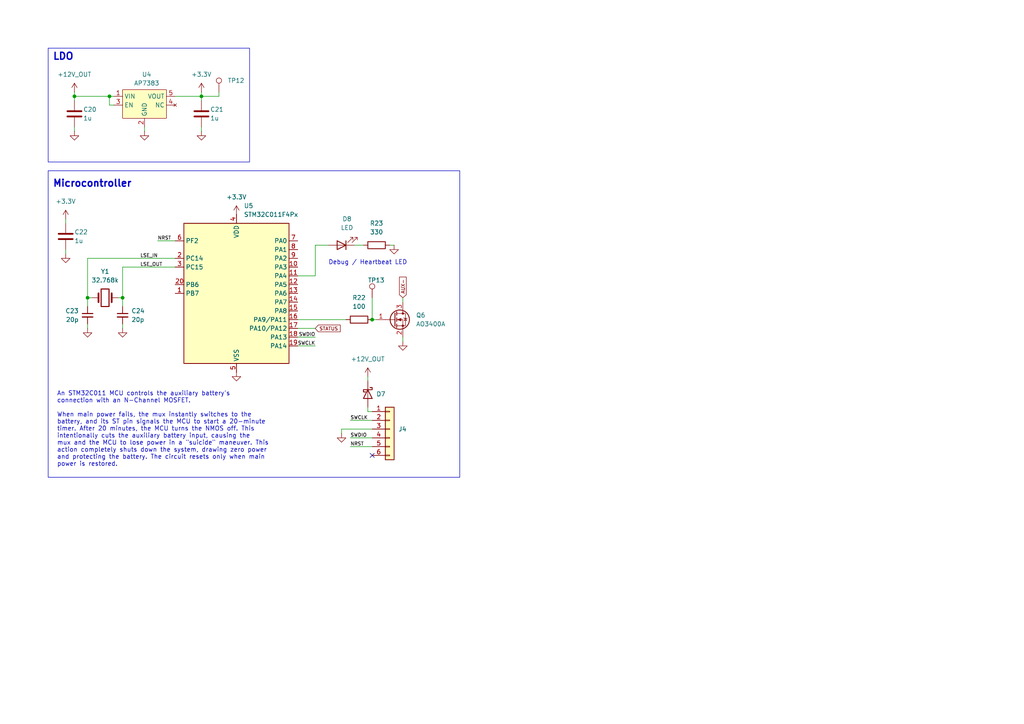
<source format=kicad_sch>
(kicad_sch (version 20250114) (generator "eeschema") (generator_version "9.0")
  (paper "A4")
  (title_block (title "TSAL UPS") (date "2025-11-01") (rev "A") (company "York Formula Student") (comment 1 "Logan Carey"))
  (lib_symbols
    (symbol "Connector:TestPoint" (pin_numbers (hide yes)) (pin_names (offset 0.762) (hide yes))
      (property "Reference" "TP" (at 0 6.858 0))
      (property "Value" "TestPoint" (at 0 5.08 0))
      (symbol "TestPoint_0_1"
        (circle (center 0 3.302) (radius 0.762))
      )
      (symbol "TestPoint_1_1"
        (pin passive line (at 0 0 90) (length 2.54) (name "1") (number "1"))
      )
    )
    (symbol "Connector_Generic:Conn_01x06" (pin_names (offset 1.016) (hide yes))
      (property "Reference" "J" (at 0 7.62 0))
      (property "Value" "Conn_01x06" (at 0 -10.16 0))
      (symbol "Conn_01x06_1_1"
        (rectangle (start -1.27 6.35) (end 1.27 -8.89) (stroke (width 0.254)) (fill (type background)))
        (rectangle (start -1.27 5.207) (end 0 4.953) (stroke (width 0.1524)))
        (rectangle (start -1.27 2.667) (end 0 2.413) (stroke (width 0.1524)))
        (rectangle (start -1.27 0.127) (end 0 -0.127) (stroke (width 0.1524)))
        (rectangle (start -1.27 -2.413) (end 0 -2.667) (stroke (width 0.1524)))
        (rectangle (start -1.27 -4.953) (end 0 -5.207) (stroke (width 0.1524)))
        (rectangle (start -1.27 -7.493) (end 0 -7.747) (stroke (width 0.1524)))
        (pin passive line (at -5.08 5.08 0) (length 3.81) (name "Pin_1") (number "1"))
        (pin passive line (at -5.08 2.54 0) (length 3.81) (name "Pin_2") (number "2"))
        (pin passive line (at -5.08 0 0) (length 3.81) (name "Pin_3") (number "3"))
        (pin passive line (at -5.08 -2.54 0) (length 3.81) (name "Pin_4") (number "4"))
        (pin passive line (at -5.08 -5.08 0) (length 3.81) (name "Pin_5") (number "5"))
        (pin passive line (at -5.08 -7.62 0) (length 3.81) (name "Pin_6") (number "6"))
      )
    )
    (symbol "Device:C" (pin_numbers (hide yes)) (pin_names (offset 0.254))
      (property "Reference" "C" (at 0.635 2.54 0))
      (property "Value" "C" (at 0.635 -2.54 0))
      (symbol "C_0_1"
        (polyline (pts (xy -2.032 0.762) (xy 2.032 0.762)) (stroke (width 0.508)))
        (polyline (pts (xy -2.032 -0.762) (xy 2.032 -0.762)) (stroke (width 0.508)))
      )
      (symbol "C_1_1"
        (pin passive line (at 0 3.81 270) (length 2.794) (name "~") (number "1"))
        (pin passive line (at 0 -3.81 90) (length 2.794) (name "~") (number "2"))
      )
    )
    (symbol "Device:C_Small" (pin_numbers (hide yes)) (pin_names (offset 0.254) (hide yes))
      (property "Reference" "C" (at 0.254 1.778 0))
      (property "Value" "C_Small" (at 0.254 -2.032 0))
      (symbol "C_Small_0_1"
        (polyline (pts (xy -1.524 0.508) (xy 1.524 0.508)) (stroke (width 0.3048)))
        (polyline (pts (xy -1.524 -0.508) (xy 1.524 -0.508)) (stroke (width 0.3302)))
      )
      (symbol "C_Small_1_1"
        (pin passive line (at 0 2.54 270) (length 2.032) (name "~") (number "1"))
        (pin passive line (at 0 -2.54 90) (length 2.032) (name "~") (number "2"))
      )
    )
    (symbol "Device:Crystal" (pin_numbers (hide yes)) (pin_names (offset 1.016) (hide yes))
      (property "Reference" "Y" (at 0 3.81 0))
      (property "Value" "Crystal" (at 0 -3.81 0))
      (symbol "Crystal_0_1"
        (polyline (pts (xy -2.54 0) (xy -1.905 0)))
        (polyline (pts (xy -1.905 -1.27) (xy -1.905 1.27)) (stroke (width 0.508)))
        (rectangle (start -1.143 2.54) (end 1.143 -2.54) (stroke (width 0.3048)))
        (polyline (pts (xy 1.905 -1.27) (xy 1.905 1.27)) (stroke (width 0.508)))
        (polyline (pts (xy 2.54 0) (xy 1.905 0)))
      )
      (symbol "Crystal_1_1"
        (pin passive line (at -3.81 0 0) (length 1.27) (name "1") (number "1"))
        (pin passive line (at 3.81 0 180) (length 1.27) (name "2") (number "2"))
      )
    )
    (symbol "Device:D_Schottky" (pin_numbers (hide yes)) (pin_names (offset 1.016) (hide yes))
      (property "Reference" "D" (at 0 2.54 0))
      (property "Value" "D_Schottky" (at 0 -2.54 0))
      (symbol "D_Schottky_0_1"
        (polyline (pts (xy -1.905 0.635) (xy -1.905 1.27) (xy -1.27 1.27) (xy -1.27 -1.27) (xy -0.635 -1.27) (xy -0.635 -0.635)) (stroke (width 0.254)))
        (polyline (pts (xy 1.27 1.27) (xy 1.27 -1.27) (xy -1.27 0) (xy 1.27 1.27)) (stroke (width 0.254)))
        (polyline (pts (xy 1.27 0) (xy -1.27 0)))
      )
      (symbol "D_Schottky_1_1"
        (pin passive line (at -3.81 0 0) (length 2.54) (name "K") (number "1"))
        (pin passive line (at 3.81 0 180) (length 2.54) (name "A") (number "2"))
      )
    )
    (symbol "Device:LED" (pin_numbers (hide yes)) (pin_names (offset 1.016) (hide yes))
      (property "Reference" "D" (at 0 2.54 0))
      (property "Value" "LED" (at 0 -2.54 0))
      (symbol "LED_0_1"
        (polyline (pts (xy -3.048 -0.762) (xy -4.572 -2.286) (xy -3.81 -2.286) (xy -4.572 -2.286) (xy -4.572 -1.524)))
        (polyline (pts (xy -1.778 -0.762) (xy -3.302 -2.286) (xy -2.54 -2.286) (xy -3.302 -2.286) (xy -3.302 -1.524)))
        (polyline (pts (xy -1.27 0) (xy 1.27 0)))
        (polyline (pts (xy -1.27 -1.27) (xy -1.27 1.27)) (stroke (width 0.254)))
        (polyline (pts (xy 1.27 -1.27) (xy 1.27 1.27) (xy -1.27 0) (xy 1.27 -1.27)) (stroke (width 0.254)))
      )
      (symbol "LED_1_1"
        (pin passive line (at -3.81 0 0) (length 2.54) (name "K") (number "1"))
        (pin passive line (at 3.81 0 180) (length 2.54) (name "A") (number "2"))
      )
    )
    (symbol "Device:R" (pin_numbers (hide yes)) (pin_names (offset 0))
      (property "Reference" "R" (at 2.032 0 90))
      (property "Value" "R" (at 0 0 90))
      (symbol "R_0_1"
        (rectangle (start -1.016 -2.54) (end 1.016 2.54) (stroke (width 0.254)))
      )
      (symbol "R_1_1"
        (pin passive line (at 0 3.81 270) (length 1.27) (name "~") (number "1"))
        (pin passive line (at 0 -3.81 90) (length 1.27) (name "~") (number "2"))
      )
    )
    (symbol "MCU_ST_STM32C0:STM32C011F4Px"
      (property "Reference" "U" (at -15.24 21.59 0))
      (property "Value" "STM32C011F4Px" (at 2.54 21.59 0))
      (symbol "STM32C011F4Px_0_1"
        (rectangle (start -15.24 -20.32) (end 15.24 20.32) (stroke (width 0.254)) (fill (type background)))
      )
      (symbol "STM32C011F4Px_1_1"
        (pin bidirectional line (at -17.78 15.24 0) (length 2.54) (name "PF2") (number "6"))
        (pin bidirectional line (at -17.78 10.16 0) (length 2.54) (name "PC14") (number "2"))
        (pin bidirectional line (at -17.78 7.62 0) (length 2.54) (name "PC15") (number "3"))
        (pin bidirectional line (at -17.78 2.54 0) (length 2.54) (name "PB6") (number "20"))
        (pin bidirectional line (at -17.78 0 0) (length 2.54) (name "PB7") (number "1"))
        (pin power_in line (at 0 22.86 270) (length 2.54) (name "VDD") (number "4"))
        (pin power_in line (at 0 -22.86 90) (length 2.54) (name "VSS") (number "5"))
        (pin bidirectional line (at 17.78 15.24 180) (length 2.54) (name "PA0") (number "7"))
        (pin bidirectional line (at 17.78 12.7 180) (length 2.54) (name "PA1") (number "8"))
        (pin bidirectional line (at 17.78 10.16 180) (length 2.54) (name "PA2") (number "9"))
        (pin bidirectional line (at 17.78 7.62 180) (length 2.54) (name "PA3") (number "10"))
        (pin bidirectional line (at 17.78 5.08 180) (length 2.54) (name "PA4") (number "11"))
        (pin bidirectional line (at 17.78 2.54 180) (length 2.54) (name "PA5") (number "12"))
        (pin bidirectional line (at 17.78 0 180) (length 2.54) (name "PA6") (number "13"))
        (pin bidirectional line (at 17.78 -2.54 180) (length 2.54) (name "PA7") (number "14"))
        (pin bidirectional line (at 17.78 -5.08 180) (length 2.54) (name "PA8") (number "15"))
        (pin bidirectional line (at 17.78 -7.62 180) (length 2.54) (name "PA9/PA11") (number "16"))
        (pin bidirectional line (at 17.78 -10.16 180) (length 2.54) (name "PA10/PA12") (number "17"))
        (pin bidirectional line (at 17.78 -12.7 180) (length 2.54) (name "PA13") (number "18"))
        (pin bidirectional line (at 17.78 -15.24 180) (length 2.54) (name "PA14") (number "19"))
      )
    )
    (symbol "Transistor_FET:AO3400A" (pin_names (hide yes))
      (property "Reference" "Q" (at 5.08 1.905 0))
      (property "Value" "AO3400A" (at 5.08 0 0))
      (symbol "AO3400A_0_1"
        (polyline (pts (xy 0.254 1.905) (xy 0.254 -1.905)) (stroke (width 0.254)))
        (polyline (pts (xy 0.254 0) (xy -2.54 0)))
        (polyline (pts (xy 0.762 2.286) (xy 0.762 1.27)) (stroke (width 0.254)))
        (polyline (pts (xy 0.762 0.508) (xy 0.762 -0.508)) (stroke (width 0.254)))
        (polyline (pts (xy 0.762 -1.27) (xy 0.762 -2.286)) (stroke (width 0.254)))
        (polyline (pts (xy 0.762 -1.778) (xy 3.302 -1.778) (xy 3.302 1.778) (xy 0.762 1.778)))
        (polyline (pts (xy 1.016 0) (xy 2.032 0.381) (xy 2.032 -0.381) (xy 1.016 0)) (fill (type outline)))
        (circle (center 1.651 0) (radius 2.794) (stroke (width 0.254)))
        (polyline (pts (xy 2.54 2.54) (xy 2.54 1.778)))
        (circle (center 2.54 1.778) (radius 0.254) (fill (type outline)))
        (circle (center 2.54 -1.778) (radius 0.254) (fill (type outline)))
        (polyline (pts (xy 2.54 -2.54) (xy 2.54 0) (xy 0.762 0)))
        (polyline (pts (xy 2.794 0.508) (xy 2.921 0.381) (xy 3.683 0.381) (xy 3.81 0.254)))
        (polyline (pts (xy 3.302 0.381) (xy 2.921 -0.254) (xy 3.683 -0.254) (xy 3.302 0.381)))
      )
      (symbol "AO3400A_1_1"
        (pin input line (at -5.08 0 0) (length 2.54) (name "G") (number "1"))
        (pin passive line (at 2.54 5.08 270) (length 2.54) (name "D") (number "3"))
        (pin passive line (at 2.54 -5.08 90) (length 2.54) (name "S") (number "2"))
      )
    )
    (symbol "power:+12V" (power) (pin_numbers (hide yes)) (pin_names (offset 0) (hide yes))
      (property "Value" "+12V" (at 0 3.556 0))
      (symbol "+12V_0_1"
        (polyline (pts (xy -0.762 1.27) (xy 0 2.54)))
        (polyline (pts (xy 0 2.54) (xy 0.762 1.27)))
        (polyline (pts (xy 0 0) (xy 0 2.54)))
      )
      (symbol "+12V_1_1"
        (pin power_in line (at 0 0 90) (length 0) (name "~") (number "1"))
      )
    )
    (symbol "power:GND" (power) (pin_numbers (hide yes)) (pin_names (offset 0) (hide yes))
      (property "Value" "GND" (at 0 -3.81 0))
      (symbol "GND_0_1"
        (polyline (pts (xy 0 0) (xy 0 -1.27) (xy 1.27 -1.27) (xy 0 -2.54) (xy -1.27 -1.27) (xy 0 -1.27)))
      )
      (symbol "GND_1_1"
        (pin power_in line (at 0 0 270) (length 0) (name "~") (number "1"))
      )
    )
    (symbol "yfs:AP7383"
      (property "Reference" "U" (at -3.048 7.62 0))
      (property "Value" "AP7383" (at -0.254 5.334 0))
      (symbol "AP7383_1_0"
        (pin no_connect line (at 8.89 -1.27 180) (length 2.54) (name "NC") (number "4"))
      )
      (symbol "AP7383_1_1"
        (rectangle (start -6.35 3.175) (end 6.35 -5.08) (fill (type background)))
        (pin power_in line (at -8.89 1.27 0) (length 2.54) (name "VIN") (number "1"))
        (pin input line (at -8.89 -1.27 0) (length 2.54) (name "EN") (number "3"))
        (pin power_in line (at 0 -7.62 90) (length 2.54) (name "GND") (number "2"))
        (pin power_out line (at 8.89 1.27 180) (length 2.54) (name "VOUT") (number "5"))
      )
    )
  )
  (rectangle (start 13.97 13.97) (end 72.39 46.99))
  (rectangle (start 13.97 49.53) (end 133.35 138.43))
  (text "Debug / Heartbeat LED" (at 106.68 76.2 0) (effects (font (size 1.27 1.27))))
  (text "LDO" (at 15.24 16.51 0) (effects (font (size 2 2) (thickness 0.4) (bold yes)) (justify left)))
  (text "An STM32C011 MCU controls the auxiliary battery's \nconnection with an N-Channel MOSFET.\n\nWhen main power fails, the mux instantly switches to the \nbattery, and its ST pin signals the MCU to start a 20-minute\ntimer. After 20 minutes, the MCU turns the NMOS off. This \nintentionally cuts the auxiliary battery input, causing the \nmux and the MCU to lose power in a \"suicide\" maneuver. This \naction completely shuts down the system, drawing zero power \nand protecting the battery. The circuit resets only when main \npower is restored." (at 16.51 124.46 0) (effects (font (size 1.27 1.27)) (justify left)))
  (text "Microcontroller" (at 15.24 53.34 0) (effects (font (size 2 2) (thickness 0.4) (bold yes)) (justify left)))
  (junction (at 58.42 27.94))
  (junction (at 31.75 27.94))
  (junction (at 35.56 86.36))
  (junction (at 25.4 86.36))
  (junction (at 21.59 27.94))
  (junction (at 107.95 92.71))
  (no_connect (at 107.95 132.08))
  (wire (pts (xy 102.87 71.12) (xy 105.41 71.12)))
  (wire (pts (xy 107.95 86.36) (xy 107.95 92.71)))
  (wire (pts (xy 106.68 109.22) (xy 106.68 110.49)))
  (wire (pts (xy 107.95 119.38) (xy 106.68 119.38)))
  (wire (pts (xy 25.4 74.93) (xy 25.4 86.36)))
  (wire (pts (xy 101.6 121.92) (xy 107.95 121.92)))
  (wire (pts (xy 25.4 93.98) (xy 25.4 95.25)))
  (wire (pts (xy 101.6 127) (xy 107.95 127)))
  (wire (pts (xy 41.91 36.83) (xy 41.91 38.1)))
  (wire (pts (xy 31.75 30.48) (xy 31.75 27.94)))
  (wire (pts (xy 25.4 86.36) (xy 26.67 86.36)))
  (wire (pts (xy 116.84 86.36) (xy 116.84 87.63)))
  (wire (pts (xy 91.44 71.12) (xy 91.44 80.01)))
  (wire (pts (xy 35.56 93.98) (xy 35.56 95.25)))
  (wire (pts (xy 113.03 71.12) (xy 114.3 71.12)))
  (wire (pts (xy 35.56 86.36) (xy 35.56 88.9)))
  (wire (pts (xy 21.59 36.83) (xy 21.59 38.1)))
  (wire (pts (xy 86.36 92.71) (xy 100.33 92.71)))
  (wire (pts (xy 58.42 26.67) (xy 58.42 27.94)))
  (wire (pts (xy 86.36 80.01) (xy 91.44 80.01)))
  (wire (pts (xy 58.42 36.83) (xy 58.42 38.1)))
  (wire (pts (xy 35.56 86.36) (xy 34.29 86.36)))
  (wire (pts (xy 33.02 30.48) (xy 31.75 30.48)))
  (wire (pts (xy 21.59 27.94) (xy 31.75 27.94)))
  (wire (pts (xy 107.95 92.71) (xy 109.22 92.71)))
  (wire (pts (xy 19.05 72.39) (xy 19.05 73.66)))
  (wire (pts (xy 106.68 118.11) (xy 106.68 119.38)))
  (wire (pts (xy 35.56 77.47) (xy 35.56 86.36)))
  (wire (pts (xy 19.05 63.5) (xy 19.05 64.77)))
  (wire (pts (xy 101.6 129.54) (xy 107.95 129.54)))
  (wire (pts (xy 45.72 69.85) (xy 50.8 69.85)))
  (wire (pts (xy 50.8 77.47) (xy 35.56 77.47)))
  (wire (pts (xy 91.44 71.12) (xy 95.25 71.12)))
  (wire (pts (xy 58.42 29.21) (xy 58.42 27.94)))
  (wire (pts (xy 91.44 100.33) (xy 86.36 100.33)))
  (wire (pts (xy 21.59 29.21) (xy 21.59 27.94)))
  (wire (pts (xy 21.59 26.67) (xy 21.59 27.94)))
  (wire (pts (xy 116.84 97.79) (xy 116.84 99.06)))
  (wire (pts (xy 63.5 26.67) (xy 63.5 27.94)))
  (wire (pts (xy 91.44 95.25) (xy 86.36 95.25)))
  (wire (pts (xy 63.5 27.94) (xy 58.42 27.94)))
  (wire (pts (xy 91.44 97.79) (xy 86.36 97.79)))
  (wire (pts (xy 58.42 27.94) (xy 50.8 27.94)))
  (wire (pts (xy 99.06 125.73) (xy 99.06 124.46)))
  (wire (pts (xy 99.06 124.46) (xy 107.95 124.46)))
  (wire (pts (xy 31.75 27.94) (xy 33.02 27.94)))
  (wire (pts (xy 50.8 74.93) (xy 25.4 74.93)))
  (wire (pts (xy 25.4 86.36) (xy 25.4 88.9)))
  (label "NRST" (at 45.72 69.85 0) (effects (font (size 1 1))))
  (label "SWDIO" (at 91.44 97.79 180) (effects (font (size 1 1))))
  (label "SWCLK" (at 91.44 100.33 180) (effects (font (size 1 1))))
  (label "SWCLK" (at 101.6 121.92 0) (effects (font (size 1 1))))
  (label "LSE_OUT" (at 40.64 77.47 0) (effects (font (size 1 1))))
  (label "NRST" (at 101.6 129.54 0) (effects (font (size 1 1))))
  (label "LSE_IN" (at 40.64 74.93 0) (effects (font (size 1 1))))
  (label "SWDIO" (at 101.6 127 0) (effects (font (size 1 1))))
  (global_label "STATUS" (shape input) (at 91.44 95.25 0) (effects (font (size 1 1))) (property "Intersheetrefs" "${INTERSHEET_REFS}" (effects (hide yes))))
  (global_label "AUX-" (shape input) (at 116.84 86.36 90) (effects (font (size 1 1))) (property "Intersheetrefs" "${INTERSHEET_REFS}" (effects (hide yes))))
  (symbol (lib_id "Connector:TestPoint") (at 107.95 86.36 0) (unit 1)
    (property "Reference" "TP13" (at 106.68 81.28 0) (effects (justify left)))
    (property "Value" "TestPoint" (effects (hide yes)))
    (property "Footprint" "TestPoint:TestPoint_Pad_D1.5mm" (effects (hide yes)))
    (property "Description" "test point" (effects (hide yes)))
  )
  (symbol (lib_id "power:+12V") (at 58.42 26.67 0) (unit 1)
    (property "Reference" "#PWR046" (effects (hide yes)))
    (property "Value" "+3.3V" (at 58.42 21.59 0))
    (property "Description" "Power symbol creates a global label with name \"+12V\"" (effects (hide yes)))
  )
  (symbol (lib_id "power:GND") (at 35.56 95.25 0) (unit 1)
    (property "Reference" "#PWR057" (effects (hide yes)))
    (property "Value" "GND" (effects (hide yes)))
    (property "Description" "Power symbol creates a global label with name \"GND\" , ground" (effects (hide yes)))
  )
  (symbol (lib_id "Device:Crystal") (at 30.48 86.36 0) (unit 1)
    (property "Reference" "Y1" (at 30.48 78.74 0))
    (property "Value" "32.768k" (at 30.48 81.28 0))
    (property "Footprint" "Crystal:Crystal_SMD_G8-2Pin_3.2x1.5mm" (effects (hide yes)))
    (property "Datasheet" "https://www.lcsc.com/datasheet/lcsc_datasheet_2404180925_Seiko-Epson-Q13FC13500004_C32346.pdf" (effects (hide yes)))
    (property "Description" "Two pin crystal" (effects (hide yes)))
  )
  (symbol (lib_id "Connector_Generic:Conn_01x06") (at 113.03 124.46 0) (unit 1)
    (property "Reference" "J4" (at 115.57 124.4599 0) (effects (justify left)))
    (property "Value" "Conn_01x06" (effects (hide yes)))
    (property "Footprint" "yfs:IDC-Connector-2x3" (effects (hide yes)))
    (property "Description" "Generic connector, single row, 01x06, script generated (kicad-library-utils/schlib/autogen/connector/)" (effects (hide yes)))
  )
  (symbol (lib_id "Transistor_FET:AO3400A") (at 114.3 92.71 0) (unit 1)
    (property "Reference" "Q6" (at 120.65 91.4399 0) (effects (justify left)))
    (property "Value" "AO3400A" (at 120.65 93.9799 0) (effects (justify left)))
    (property "Footprint" "Package_TO_SOT_SMD:SOT-23" (effects (hide yes)))
    (property "Datasheet" "http://www.aosmd.com/pdfs/datasheet/AO3400A.pdf" (effects (hide yes)))
    (property "Description" "30V Vds, 5.7A Id, N-Channel MOSFET, SOT-23" (effects (hide yes)))
  )
  (symbol (lib_id "power:GND") (at 41.91 38.1 0) (unit 1)
    (property "Reference" "#PWR048" (effects (hide yes)))
    (property "Value" "GND" (effects (hide yes)))
    (property "Description" "Power symbol creates a global label with name \"GND\" , ground" (effects (hide yes)))
  )
  (symbol (lib_id "Device:R") (at 109.22 71.12 270) (unit 1)
    (property "Reference" "R23" (at 109.22 64.77 90))
    (property "Value" "330" (at 109.22 67.31 90))
    (property "Footprint" "Resistor_SMD:R_0603_1608Metric" (effects (hide yes)))
    (property "Description" "Resistor" (effects (hide yes)))
  )
  (symbol (lib_id "power:GND") (at 68.58 107.95 0) (unit 1)
    (property "Reference" "#PWR059" (effects (hide yes)))
    (property "Value" "GND" (effects (hide yes)))
    (property "Description" "Power symbol creates a global label with name \"GND\" , ground" (effects (hide yes)))
  )
  (symbol (lib_id "power:GND") (at 58.42 38.1 0) (unit 1)
    (property "Reference" "#PWR049" (effects (hide yes)))
    (property "Value" "GND" (effects (hide yes)))
    (property "Description" "Power symbol creates a global label with name \"GND\" , ground" (effects (hide yes)))
  )
  (symbol (lib_id "MCU_ST_STM32C0:STM32C011F4Px") (at 68.58 85.09 0) (unit 1)
    (property "Reference" "U5" (at 70.7233 59.69 0) (effects (justify left)))
    (property "Value" "STM32C011F4Px" (at 70.7233 62.23 0) (effects (justify left)))
    (property "Footprint" "Package_SO:TSSOP-20_4.4x6.5mm_P0.65mm" (effects (hide yes)))
    (property "Datasheet" "https://www.st.com/resource/en/datasheet/stm32c011f4.pdf" (effects (hide yes)))
    (property "Description" "STMicroelectronics Arm Cortex-M0+ MCU, 16KB flash, 6KB RAM, 48 MHz, 2.0-3.6V, 18 GPIO, TSSOP20" (effects (hide yes)))
  )
  (symbol (lib_id "Device:C") (at 21.59 33.02 180) (unit 1)
    (property "Reference" "C20" (at 24.13 31.75 0) (effects (justify right)))
    (property "Value" "1u" (at 24.13 34.29 0) (effects (justify right)))
    (property "Footprint" "Capacitor_SMD:C_0603_1608Metric" (effects (hide yes)))
    (property "Description" "Unpolarized capacitor" (effects (hide yes)))
  )
  (symbol (lib_id "Device:LED") (at 99.06 71.12 180) (unit 1)
    (property "Reference" "D8" (at 100.6475 63.5 0))
    (property "Value" "LED" (at 100.6475 66.04 0))
    (property "Footprint" "LED_SMD:LED_0603_1608Metric" (effects (hide yes)))
    (property "Description" "Light emitting diode" (effects (hide yes)))
  )
  (symbol (lib_id "power:GND") (at 114.3 71.12 0) (unit 1)
    (property "Reference" "#PWR060" (effects (hide yes)))
    (property "Value" "GND" (effects (hide yes)))
    (property "Description" "Power symbol creates a global label with name \"GND\" , ground" (effects (hide yes)))
  )
  (symbol (lib_id "power:+12V") (at 19.05 63.5 0) (unit 1)
    (property "Reference" "#PWR052" (effects (hide yes)))
    (property "Value" "+3.3V" (at 19.05 58.42 0))
    (property "Description" "Power symbol creates a global label with name \"+12V\"" (effects (hide yes)))
  )
  (symbol (lib_id "power:GND") (at 19.05 73.66 0) (unit 1)
    (property "Reference" "#PWR051" (effects (hide yes)))
    (property "Value" "GND" (effects (hide yes)))
    (property "Description" "Power symbol creates a global label with name \"GND\" , ground" (effects (hide yes)))
  )
  (symbol (lib_id "Device:D_Schottky") (at 106.68 114.3 270) (unit 1)
    (property "Reference" "D7" (at 110.49 114.3 90))
    (property "Value" "D_Schottky" (effects (hide yes)))
    (property "Footprint" "Diode_SMD:D_SOD-323" (effects (hide yes)))
    (property "Description" "Schottky diode" (effects (hide yes)))
    (property "Dist" "LCSC" (effects (hide yes)))
    (property "Dist #" "C556393" (effects (hide yes)))
    (property "Mfr" "onsemi" (effects (hide yes)))
    (property "Mfr #" "NSR0530H" (effects (hide yes)))
  )
  (symbol (lib_id "Connector:TestPoint") (at 63.5 26.67 0) (unit 1)
    (property "Reference" "TP12" (at 66.04 23.3679 0) (effects (justify left)))
    (property "Value" "TestPoint" (effects (hide yes)))
    (property "Footprint" "TestPoint:TestPoint_Pad_D1.5mm" (effects (hide yes)))
    (property "Description" "test point" (effects (hide yes)))
  )
  (symbol (lib_id "power:+12V") (at 106.68 109.22 0) (unit 1)
    (property "Reference" "#PWR054" (effects (hide yes)))
    (property "Value" "+12V_OUT" (at 106.68 104.14 0))
    (property "Description" "Power symbol creates a global label with name \"+12V\"" (effects (hide yes)))
  )
  (symbol (lib_id "power:GND") (at 21.59 38.1 0) (unit 1)
    (property "Reference" "#PWR047" (effects (hide yes)))
    (property "Value" "GND" (effects (hide yes)))
    (property "Description" "Power symbol creates a global label with name \"GND\" , ground" (effects (hide yes)))
  )
  (symbol (lib_id "power:GND") (at 25.4 95.25 0) (unit 1)
    (property "Reference" "#PWR026" (effects (hide yes)))
    (property "Value" "GND" (effects (hide yes)))
    (property "Description" "Power symbol creates a global label with name \"GND\" , ground" (effects (hide yes)))
  )
  (symbol (lib_id "power:+12V") (at 21.59 26.67 0) (unit 1)
    (property "Reference" "#PWR045" (effects (hide yes)))
    (property "Value" "+12V_OUT" (at 21.59 21.59 0))
    (property "Description" "Power symbol creates a global label with name \"+12V\"" (effects (hide yes)))
  )
  (symbol (lib_id "Device:C_Small") (at 25.4 91.44 0) (unit 1)
    (property "Reference" "C23" (at 22.86 90.1762 0) (effects (justify right)))
    (property "Value" "20p" (at 22.86 92.7162 0) (effects (justify right)))
    (property "Footprint" "Capacitor_SMD:C_0603_1608Metric" (effects (hide yes)))
    (property "Description" "Unpolarized capacitor, small symbol" (effects (hide yes)))
  )
  (symbol (lib_id "Device:C") (at 58.42 33.02 180) (unit 1)
    (property "Reference" "C21" (at 60.96 31.75 0) (effects (justify right)))
    (property "Value" "1u" (at 60.96 34.29 0) (effects (justify right)))
    (property "Footprint" "Capacitor_SMD:C_0603_1608Metric" (effects (hide yes)))
    (property "Description" "Unpolarized capacitor" (effects (hide yes)))
  )
  (symbol (lib_id "power:GND") (at 116.84 99.06 0) (unit 1)
    (property "Reference" "#PWR056" (effects (hide yes)))
    (property "Value" "GND" (effects (hide yes)))
    (property "Description" "Power symbol creates a global label with name \"GND\" , ground" (effects (hide yes)))
  )
  (symbol (lib_id "power:+12V") (at 68.58 62.23 0) (unit 1)
    (property "Reference" "#PWR058" (effects (hide yes)))
    (property "Value" "+3.3V" (at 68.58 57.15 0))
    (property "Description" "Power symbol creates a global label with name \"+12V\"" (effects (hide yes)))
  )
  (symbol (lib_id "Device:C_Small") (at 35.56 91.44 0) (mirror y) (unit 1)
    (property "Reference" "C24" (at 38.1 90.1762 0) (effects (justify right)))
    (property "Value" "20p" (at 38.1 92.7162 0) (effects (justify right)))
    (property "Footprint" "Capacitor_SMD:C_0603_1608Metric" (effects (hide yes)))
    (property "Description" "Unpolarized capacitor, small symbol" (effects (hide yes)))
  )
  (symbol (lib_id "Device:R") (at 104.14 92.71 270) (unit 1)
    (property "Reference" "R22" (at 104.14 86.36 90))
    (property "Value" "100" (at 104.14 88.9 90))
    (property "Footprint" "Resistor_SMD:R_0603_1608Metric" (effects (hide yes)))
    (property "Description" "Resistor" (effects (hide yes)))
  )
  (symbol (lib_id "yfs:AP7383") (at 41.91 29.21 0) (unit 1)
    (property "Reference" "U4" (at 42.545 21.59 0))
    (property "Value" "AP7383" (at 42.545 24.13 0))
    (property "Footprint" "Package_TO_SOT_SMD:TSOT-23-5" (effects (hide yes)))
    (property "Datasheet" "https://4donline.ihs.com/images/VipMasterIC/IC/DIOD/DIOD-S-A0010716118/DIOD-S-A0011090771-1.pdf?hkey=CECEF36DEECDED6468708AAF2E19C0C6" (effects (hide yes)))
    (property "Description" "WIDE INPUT VOLTAGE RANGE, 150mA ULDO REGULATOR" (effects (hide yes)))
  )
  (symbol (lib_id "power:GND") (at 99.06 125.73 0) (unit 1)
    (property "Reference" "#PWR055" (effects (hide yes)))
    (property "Value" "GND" (effects (hide yes)))
    (property "Description" "Power symbol creates a global label with name \"GND\" , ground" (effects (hide yes)))
  )
  (symbol (lib_id "Device:C") (at 19.05 68.58 180) (unit 1)
    (property "Reference" "C22" (at 21.59 67.31 0) (effects (justify right)))
    (property "Value" "1u" (at 21.59 69.85 0) (effects (justify right)))
    (property "Footprint" "Capacitor_SMD:C_0603_1608Metric" (effects (hide yes)))
    (property "Description" "Unpolarized capacitor" (effects (hide yes)))
  )
)
</source>
